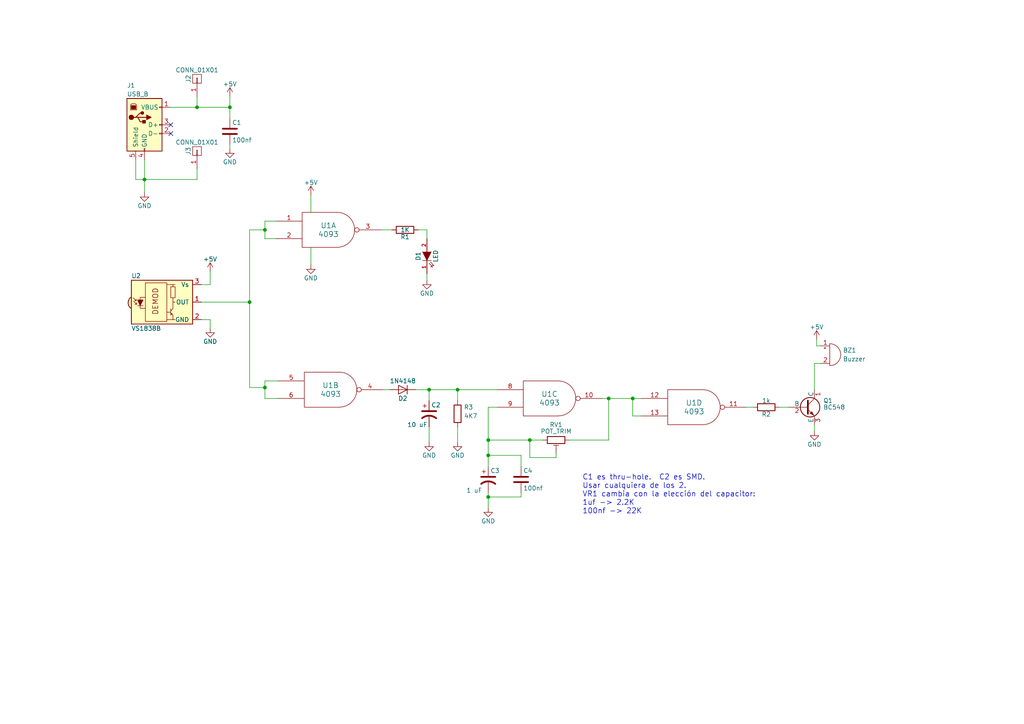
<source format=kicad_sch>
(kicad_sch (version 20230121) (generator eeschema)
  (paper "A4")
  (title_block (title "Probador para control remoto") (date "2016-07-13") (rev "0.1") (company "Diego J. Brengi (UNLaM)") (comment 1 "Taller de Electrónica 2016"))
  (lib_symbols
    (symbol "power:+5V" (power) (pin_names (offset 0))
      (property "Value" "+5V" (at 0 3.556 0))
      (symbol "+5V_0_1"
        (polyline (pts (xy -0.762 1.27) (xy 0 2.54)))
        (polyline (pts (xy 0 0) (xy 0 2.54)))
        (polyline (pts (xy 0 2.54) (xy 0.762 1.27)))
      )
      (symbol "+5V_1_1"
        (pin power_in line (at 0 0 90) (length 0) hide (name "+5V") (number "1"))
      )
    )
    (symbol "power:GND" (power) (pin_names (offset 0))
      (property "Value" "GND" (at 0 -3.81 0))
      (symbol "GND_0_1"
        (polyline (pts (xy 0 0) (xy 0 -1.27) (xy 1.27 -1.27) (xy 0 -2.54) (xy -1.27 -1.27) (xy 0 -1.27)))
      )
      (symbol "GND_1_1"
        (pin power_in line (at 0 0 270) (length 0) hide (name "GND") (number "1"))
      )
    )
    (symbol "tester_remotos-rescue:4011" (pin_names (offset 0.762))
      (property "Reference" "U" (at 0 1.27 0))
      (property "Value" "4011" (at 0 -1.27 0))
      (symbol "4011_0_0"
        (pin power_in line (at -5.08 5.08 90) (length 0) hide (name "VDD") (number "14"))
        (pin power_in line (at -5.08 -5.08 90) (length 0) hide (name "VSS") (number "7"))
      )
      (symbol "4011_0_1"
        (polyline (pts (xy 2.54 5.08) (xy -7.62 5.08) (xy -7.62 -5.08) (xy 2.54 -5.08)))
        (arc (start 2.5654 -5.0546) (mid 7.5947 0.0001) (end 2.5654 5.08))
      )
      (symbol "4011_0_2"
        (arc (start -7.62 -5.0292) (mid -5.3094 0.0082) (end -7.62 5.0546))
        (arc (start 0 -5.0546) (mid 4.5632 -3.6449) (end 7.5946 0.0508))
        (polyline (pts (xy -7.62 -5.08) (xy 0 -5.08)))
        (polyline (pts (xy -7.62 5.08) (xy 0 5.08)))
        (arc (start 7.62 0) (mid 4.6132 3.6946) (end 0.0508 5.08))
      )
      (symbol "4011_1_1"
        (pin input line (at -15.24 2.54 0) (length 7.62) (name "~") (number "1"))
        (pin input line (at -15.24 -2.54 0) (length 7.62) (name "~") (number "2"))
        (pin output inverted (at 15.24 0 180) (length 7.62) (name "~") (number "3"))
      )
      (symbol "4011_1_2"
        (pin input inverted (at -15.24 2.54 0) (length 9.398) (name "~") (number "1"))
        (pin input inverted (at -15.24 -2.54 0) (length 9.398) (name "~") (number "2"))
        (pin output line (at 15.24 0 180) (length 7.62) (name "~") (number "3"))
      )
      (symbol "4011_2_1"
        (pin output inverted (at 15.24 0 180) (length 7.62) (name "~") (number "4"))
        (pin input line (at -15.24 2.54 0) (length 7.62) (name "~") (number "5"))
        (pin input line (at -15.24 -2.54 0) (length 7.62) (name "~") (number "6"))
      )
      (symbol "4011_2_2"
        (pin output line (at 15.24 0 180) (length 7.62) (name "~") (number "4"))
        (pin input inverted (at -15.24 2.54 0) (length 9.398) (name "~") (number "5"))
        (pin input inverted (at -15.24 -2.54 0) (length 9.398) (name "~") (number "6"))
      )
      (symbol "4011_3_1"
        (pin output inverted (at 15.24 0 180) (length 7.62) (name "~") (number "10"))
        (pin input line (at -15.24 2.54 0) (length 7.62) (name "~") (number "8"))
        (pin input line (at -15.24 -2.54 0) (length 7.62) (name "~") (number "9"))
      )
      (symbol "4011_3_2"
        (pin output line (at 15.24 0 180) (length 7.62) (name "~") (number "10"))
        (pin input inverted (at -15.24 2.54 0) (length 9.398) (name "~") (number "8"))
        (pin input inverted (at -15.24 -2.54 0) (length 9.398) (name "~") (number "9"))
      )
      (symbol "4011_4_1"
        (pin output inverted (at 15.24 0 180) (length 7.62) (name "~") (number "11"))
        (pin input line (at -15.24 2.54 0) (length 7.62) (name "~") (number "12"))
        (pin input line (at -15.24 -2.54 0) (length 7.62) (name "~") (number "13"))
      )
      (symbol "4011_4_2"
        (pin output line (at 15.24 0 180) (length 7.62) (name "~") (number "11"))
        (pin input inverted (at -15.24 2.54 0) (length 9.398) (name "~") (number "12"))
        (pin input inverted (at -15.24 -2.54 0) (length 9.398) (name "~") (number "13"))
      )
    )
    (symbol "tester_remotos-rescue:BC548" (pin_names (offset 0))
      (property "Reference" "Q" (at 5.08 1.905 0))
      (property "Value" "BC548" (at 5.08 0 0))
      (symbol "BC548_0_1"
        (polyline (pts (xy 0 0) (xy 0.635 0)))
        (polyline (pts (xy 0.635 0.635) (xy 2.54 2.54)))
        (polyline (pts (xy 0.635 -0.635) (xy 2.54 -2.54) (xy 2.54 -2.54)))
        (polyline (pts (xy 0.635 1.905) (xy 0.635 -1.905) (xy 0.635 -1.905)) (stroke (width 0.508)))
        (polyline (pts (xy 1.27 -1.778) (xy 1.778 -1.27) (xy 2.286 -2.286) (xy 1.27 -1.778) (xy 1.27 -1.778)) (fill (type outline)))
        (circle (center 1.27 0) (radius 2.8194) (stroke (width 0.254)))
      )
      (symbol "BC548_1_1"
        (pin passive line (at 2.54 5.08 270) (length 2.54) (name "C") (number "1"))
        (pin input line (at -5.08 0 0) (length 5.08) (name "B") (number "2"))
        (pin passive line (at 2.54 -5.08 90) (length 2.54) (name "E") (number "3"))
      )
    )
    (symbol "tester_remotos-rescue:Buzzer" (pin_names (offset 0.0254) hide)
      (property "Reference" "BZ" (at 3.81 1.27 0))
      (property "Value" "Buzzer" (at 3.81 -1.27 0))
      (symbol "Buzzer_0_1"
        (arc (start 0 -3.175) (mid 3.1612 0) (end 0 3.175))
        (polyline (pts (xy -1.651 1.905) (xy -1.143 1.905)))
        (polyline (pts (xy -1.397 2.159) (xy -1.397 1.651)))
        (polyline (pts (xy 0 3.175) (xy 0 -3.175)))
      )
      (symbol "Buzzer_1_1"
        (pin passive line (at -2.54 2.54 0) (length 2.54) (name "-") (number "1"))
        (pin passive line (at -2.54 -2.54 0) (length 2.54) (name "+") (number "2"))
      )
    )
    (symbol "tester_remotos-rescue:C" (pin_numbers hide) (pin_names (offset 0.254))
      (property "Reference" "C" (at 0.635 2.54 0))
      (property "Value" "C" (at 0.635 -2.54 0))
      (symbol "C_0_1"
        (polyline (pts (xy -2.032 -0.762) (xy 2.032 -0.762)) (stroke (width 0.508)))
        (polyline (pts (xy -2.032 0.762) (xy 2.032 0.762)) (stroke (width 0.508)))
      )
      (symbol "C_1_1"
        (pin passive line (at 0 3.81 270) (length 2.794) (name "~") (number "1"))
        (pin passive line (at 0 -3.81 90) (length 2.794) (name "~") (number "2"))
      )
    )
    (symbol "tester_remotos-rescue:CONN_01X01" (pin_names (offset 1.016) hide)
      (property "Reference" "J" (at 0 2.54 0))
      (property "Value" "CONN_01X01" (at 2.54 0 90))
      (symbol "CONN_01X01_0_1"
        (rectangle (start -1.27 0.127) (end 0.254 -0.127))
        (rectangle (start -1.27 1.27) (end 1.27 -1.27))
      )
      (symbol "CONN_01X01_1_1"
        (pin passive line (at -5.08 0 0) (length 3.81) (name "P1") (number "1"))
      )
    )
    (symbol "tester_remotos-rescue:CP1" (pin_numbers hide) (pin_names (offset 0.254) hide)
      (property "Reference" "C" (at 0.635 2.54 0))
      (property "Value" "CP1" (at 0.635 -2.54 0))
      (symbol "CP1_0_1"
        (polyline (pts (xy -2.032 0.762) (xy 2.032 0.762)) (stroke (width 0.508)))
        (polyline (pts (xy -1.778 2.286) (xy -0.762 2.286)))
        (polyline (pts (xy -1.27 1.778) (xy -1.27 2.794)))
        (arc (start 2.032 -1.27) (mid 0 -0.5572) (end -2.032 -1.27) (stroke (width 0.508)))
      )
      (symbol "CP1_1_1"
        (pin passive line (at 0 3.81 270) (length 2.794) (name "~") (number "1"))
        (pin passive line (at 0 -3.81 90) (length 3.302) (name "~") (number "2"))
      )
    )
    (symbol "tester_remotos-rescue:D" (pin_numbers hide) (pin_names (offset 1.016) hide)
      (property "Reference" "D" (at 0 2.54 0))
      (property "Value" "D" (at 0 -2.54 0))
      (symbol "D_0_1"
        (polyline (pts (xy -1.27 1.27) (xy -1.27 -1.27)) (stroke (width 0.2032)))
        (polyline (pts (xy 1.27 0) (xy -1.27 0)))
        (polyline (pts (xy 1.27 1.27) (xy 1.27 -1.27) (xy -1.27 0) (xy 1.27 1.27)) (stroke (width 0.2032)))
      )
      (symbol "D_1_1"
        (pin passive line (at -3.81 0 0) (length 2.54) (name "K") (number "1"))
        (pin passive line (at 3.81 0 180) (length 2.54) (name "A") (number "2"))
      )
    )
    (symbol "tester_remotos-rescue:LED-RESCUE-tester_remotos" (pin_names (offset 1.016) hide)
      (property "Reference" "D" (at 0 2.54 0))
      (property "Value" "LED-RESCUE-tester_remotos" (at 0 -2.54 0))
      (symbol "LED-RESCUE-tester_remotos_0_1"
        (polyline (pts (xy -1.27 1.27) (xy -1.27 -1.27)))
        (polyline (pts (xy -2.032 -0.635) (xy -3.175 -1.651) (xy -3.048 -1.016)))
        (polyline (pts (xy -1.651 -1.016) (xy -2.794 -2.032) (xy -2.667 -1.397)))
        (polyline (pts (xy 1.27 1.27) (xy -1.27 0) (xy 1.27 -1.27)) (fill (type outline)))
      )
      (symbol "LED-RESCUE-tester_remotos_1_1"
        (pin passive line (at -5.08 0 0) (length 3.81) (name "K") (number "1"))
        (pin passive line (at 5.08 0 180) (length 3.81) (name "A") (number "2"))
      )
    )
    (symbol "tester_remotos-rescue:POT_TRIM" (pin_numbers hide) (pin_names (offset 1.016) hide)
      (property "Reference" "RV" (at -4.445 0 90))
      (property "Value" "POT_TRIM" (at -2.54 0 90))
      (symbol "POT_TRIM_0_1"
        (polyline (pts (xy 1.524 0.762) (xy 1.524 -0.762)))
        (polyline (pts (xy 2.54 0) (xy 1.524 0)))
        (rectangle (start 1.016 2.54) (end -1.016 -2.54) (stroke (width 0.254)))
      )
      (symbol "POT_TRIM_1_1"
        (pin passive line (at 0 3.81 270) (length 1.27) (name "1") (number "1"))
        (pin passive line (at 3.81 0 180) (length 1.27) (name "2") (number "2"))
        (pin passive line (at 0 -3.81 90) (length 1.27) (name "3") (number "3"))
      )
    )
    (symbol "tester_remotos-rescue:R" (pin_numbers hide) (pin_names (offset 0))
      (property "Reference" "R" (at 2.032 0 90))
      (property "Value" "R" (at 0 0 90))
      (symbol "R_0_1"
        (rectangle (start -1.016 -2.54) (end 1.016 2.54) (stroke (width 0.254)))
      )
      (symbol "R_1_1"
        (pin passive line (at 0 3.81 270) (length 1.27) (name "~") (number "1"))
        (pin passive line (at 0 -3.81 90) (length 1.27) (name "~") (number "2"))
      )
    )
    (symbol "tester_remotos-rescue:USB_B" (pin_names (offset 1.016))
      (property "Reference" "J" (at -5.08 11.43 0))
      (property "Value" "USB_B" (at -5.08 8.89 0))
      (symbol "USB_B_0_1"
        (rectangle (start -5.08 -7.62) (end 5.08 7.62) (stroke (width 0.254)) (fill (type background)))
        (circle (center -3.81 2.159) (radius 0.635) (stroke (width 0.254)) (fill (type outline)))
        (rectangle (start -3.81 5.588) (end -2.54 4.572) (fill (type outline)))
        (circle (center -0.635 3.429) (radius 0.381) (stroke (width 0.254)) (fill (type outline)))
        (rectangle (start -0.127 -7.62) (end 0.127 -6.858))
        (polyline (pts (xy -1.905 2.159) (xy 0.635 2.159)) (stroke (width 0.254)))
        (polyline (pts (xy -3.175 2.159) (xy -2.54 2.159) (xy -1.27 3.429) (xy -0.635 3.429)) (stroke (width 0.254)))
        (polyline (pts (xy -2.54 2.159) (xy -1.905 2.159) (xy -1.27 0.889) (xy 0 0.889)) (stroke (width 0.254)))
        (polyline (pts (xy 0.635 2.794) (xy 0.635 1.524) (xy 1.905 2.159) (xy 0.635 2.794)) (stroke (width 0.254)) (fill (type outline)))
        (polyline (pts (xy -4.064 4.318) (xy -2.286 4.318) (xy -2.286 5.715) (xy -2.667 6.096) (xy -3.683 6.096) (xy -4.064 5.715) (xy -4.064 4.318)))
        (rectangle (start 0.254 1.27) (end -0.508 0.508) (stroke (width 0.254)) (fill (type outline)))
        (rectangle (start 5.08 -2.667) (end 4.318 -2.413))
        (rectangle (start 5.08 -0.127) (end 4.318 0.127))
        (rectangle (start 5.08 4.953) (end 4.318 5.207))
      )
      (symbol "USB_B_1_1"
        (pin power_out line (at 7.62 5.08 180) (length 2.54) (name "VBUS") (number "1"))
        (pin passive line (at 7.62 -2.54 180) (length 2.54) (name "D-") (number "2"))
        (pin passive line (at 7.62 0 180) (length 2.54) (name "D+") (number "3"))
        (pin power_out line (at 0 -10.16 90) (length 2.54) (name "GND") (number "4"))
        (pin passive line (at -2.54 -10.16 90) (length 2.54) (name "Shield") (number "5"))
      )
    )
    (symbol "tester_remotos-rescue:VS1838B" (pin_names (offset 1.016))
      (property "Reference" "U" (at -10.16 7.62 0))
      (property "Value" "VS1838B" (at -10.16 -7.62 0))
      (symbol "VS1838B_0_0"
        (arc (start -10.287 1.397) (mid -11.0899 -0.1852) (end -10.287 -1.778) (stroke (width 0.254)) (fill (type background)))
        (polyline (pts (xy 1.905 -5.08) (xy 0.127 -5.08)))
        (polyline (pts (xy 1.905 5.08) (xy 0.127 5.08)))
        (text "DEMOD" (at -3.175 0.254 900) (effects (font (size 1.524 1.524))))
      )
      (symbol "VS1838B_0_1"
        (rectangle (start -6.096 5.588) (end 0.127 -5.588))
        (polyline (pts (xy -8.763 0.381) (xy -9.652 1.27)))
        (polyline (pts (xy -8.763 0.381) (xy -9.271 0.381)))
        (polyline (pts (xy -8.763 0.381) (xy -8.763 0.889)))
        (polyline (pts (xy -8.636 -0.635) (xy -9.525 0.254)))
        (polyline (pts (xy -8.636 -0.635) (xy -9.144 -0.635)))
        (polyline (pts (xy -8.636 -0.635) (xy -8.636 -0.127)))
        (polyline (pts (xy -8.382 -1.016) (xy -6.731 -1.016)))
        (polyline (pts (xy 1.27 -2.921) (xy 0.127 -2.921)))
        (polyline (pts (xy 1.27 -1.905) (xy 1.27 -3.81)))
        (polyline (pts (xy 1.397 -3.556) (xy 1.524 -3.556)))
        (polyline (pts (xy 1.651 -3.556) (xy 1.524 -3.556)))
        (polyline (pts (xy 1.651 -3.556) (xy 1.651 -3.302)))
        (polyline (pts (xy 1.905 0) (xy 1.905 1.27)))
        (polyline (pts (xy 1.905 4.445) (xy 1.905 5.08) (xy 2.54 5.08)))
        (polyline (pts (xy -8.382 0.635) (xy -6.731 0.635) (xy -7.62 -1.016) (xy -8.382 0.635)) (fill (type outline)))
        (polyline (pts (xy -6.096 1.397) (xy -7.62 1.397) (xy -7.62 -1.778) (xy -6.096 -1.778)))
        (polyline (pts (xy 1.27 -3.175) (xy 1.905 -3.81) (xy 1.905 -5.08) (xy 2.54 -5.08)))
        (polyline (pts (xy 1.27 -2.54) (xy 1.905 -1.905) (xy 1.905 0) (xy 2.54 0)))
        (rectangle (start 2.54 1.27) (end 1.27 4.445))
        (rectangle (start 7.62 6.35) (end -10.16 -6.35) (stroke (width 0.254)) (fill (type background)))
      )
      (symbol "VS1838B_1_1"
        (pin output line (at 10.16 0 180) (length 2.54) (name "OUT") (number "1"))
        (pin power_in line (at 10.16 -5.08 180) (length 2.54) (name "GND") (number "2"))
        (pin power_in line (at 10.16 5.08 180) (length 2.54) (name "Vs") (number "3"))
      )
    )
  )
  (junction (at 132.715 113.03))
  (junction (at 72.39 87.63))
  (junction (at 66.675 31.115))
  (junction (at 141.605 132.08))
  (junction (at 41.91 52.07))
  (junction (at 57.15 31.115))
  (junction (at 141.605 127.635))
  (junction (at 76.835 66.675))
  (junction (at 183.515 115.57))
  (junction (at 141.605 144.145))
  (junction (at 176.53 115.57))
  (junction (at 76.835 112.395))
  (junction (at 124.46 113.03))
  (junction (at 153.67 127.635))
  (no_connect (at 49.53 38.735))
  (no_connect (at 49.53 36.195))
  (wire (pts (xy 236.855 100.33) (xy 238.125 100.33)))
  (wire (pts (xy 174.625 115.57) (xy 176.53 115.57)))
  (wire (pts (xy 76.835 110.49) (xy 76.835 112.395)))
  (wire (pts (xy 176.53 115.57) (xy 183.515 115.57)))
  (wire (pts (xy 72.39 87.63) (xy 58.42 87.63)))
  (wire (pts (xy 90.17 71.755) (xy 90.17 76.835)))
  (wire (pts (xy 58.42 82.55) (xy 60.96 82.55)))
  (wire (pts (xy 236.22 105.41) (xy 236.22 113.03)))
  (wire (pts (xy 144.145 118.11) (xy 141.605 118.11)))
  (wire (pts (xy 236.22 125.095) (xy 236.22 123.19)))
  (wire (pts (xy 76.835 66.675) (xy 72.39 66.675)))
  (wire (pts (xy 141.605 127.635) (xy 141.605 132.08)))
  (wire (pts (xy 41.91 52.07) (xy 41.91 55.88)))
  (wire (pts (xy 66.675 31.115) (xy 66.675 34.29)))
  (wire (pts (xy 226.06 118.11) (xy 228.6 118.11)))
  (wire (pts (xy 151.13 144.145) (xy 141.605 144.145)))
  (wire (pts (xy 76.835 64.135) (xy 76.835 66.675)))
  (wire (pts (xy 57.15 52.07) (xy 57.15 48.895)))
  (wire (pts (xy 141.605 142.875) (xy 141.605 144.145)))
  (wire (pts (xy 49.53 31.115) (xy 57.15 31.115)))
  (wire (pts (xy 41.91 46.355) (xy 41.91 52.07)))
  (wire (pts (xy 66.675 27.94) (xy 66.675 31.115)))
  (wire (pts (xy 183.515 115.57) (xy 183.515 120.65)))
  (wire (pts (xy 153.67 127.635) (xy 157.48 127.635)))
  (wire (pts (xy 113.03 113.03) (xy 111.125 113.03)))
  (wire (pts (xy 57.15 31.115) (xy 66.675 31.115)))
  (wire (pts (xy 132.715 128.27) (xy 132.715 123.825)))
  (wire (pts (xy 39.37 46.355) (xy 39.37 52.07)))
  (wire (pts (xy 57.15 27.94) (xy 57.15 31.115)))
  (wire (pts (xy 161.29 132.715) (xy 161.29 131.445)))
  (wire (pts (xy 176.53 115.57) (xy 176.53 127.635)))
  (wire (pts (xy 151.13 135.255) (xy 151.13 132.08)))
  (wire (pts (xy 176.53 127.635) (xy 165.1 127.635)))
  (wire (pts (xy 110.49 66.675) (xy 113.665 66.675)))
  (wire (pts (xy 120.65 113.03) (xy 124.46 113.03)))
  (wire (pts (xy 90.17 61.595) (xy 90.17 56.515)))
  (wire (pts (xy 124.46 128.27) (xy 124.46 123.825)))
  (wire (pts (xy 124.46 116.205) (xy 124.46 113.03)))
  (wire (pts (xy 141.605 144.145) (xy 141.605 147.32)))
  (wire (pts (xy 141.605 132.08) (xy 141.605 135.255)))
  (wire (pts (xy 80.645 110.49) (xy 76.835 110.49)))
  (wire (pts (xy 66.675 41.91) (xy 66.675 43.18)))
  (wire (pts (xy 124.46 113.03) (xy 132.715 113.03)))
  (wire (pts (xy 76.835 64.135) (xy 80.01 64.135)))
  (wire (pts (xy 141.605 118.11) (xy 141.605 127.635)))
  (wire (pts (xy 183.515 120.65) (xy 186.055 120.65)))
  (wire (pts (xy 123.825 79.375) (xy 123.825 81.28)))
  (wire (pts (xy 72.39 112.395) (xy 76.835 112.395)))
  (wire (pts (xy 132.715 113.03) (xy 132.715 116.205)))
  (wire (pts (xy 76.835 112.395) (xy 76.835 115.57)))
  (wire (pts (xy 76.835 66.675) (xy 76.835 69.215)))
  (wire (pts (xy 153.67 127.635) (xy 153.67 132.715)))
  (wire (pts (xy 216.535 118.11) (xy 218.44 118.11)))
  (wire (pts (xy 236.855 98.425) (xy 236.855 100.33)))
  (wire (pts (xy 123.825 66.675) (xy 123.825 69.215)))
  (wire (pts (xy 121.285 66.675) (xy 123.825 66.675)))
  (wire (pts (xy 76.835 69.215) (xy 80.01 69.215)))
  (wire (pts (xy 183.515 115.57) (xy 186.055 115.57)))
  (wire (pts (xy 141.605 127.635) (xy 153.67 127.635)))
  (wire (pts (xy 39.37 52.07) (xy 41.91 52.07)))
  (wire (pts (xy 151.13 142.875) (xy 151.13 144.145)))
  (wire (pts (xy 238.125 105.41) (xy 236.22 105.41)))
  (wire (pts (xy 76.835 115.57) (xy 80.645 115.57)))
  (wire (pts (xy 153.67 132.715) (xy 161.29 132.715)))
  (wire (pts (xy 72.39 87.63) (xy 72.39 112.395)))
  (wire (pts (xy 151.13 132.08) (xy 141.605 132.08)))
  (wire (pts (xy 132.715 113.03) (xy 144.145 113.03)))
  (wire (pts (xy 72.39 66.675) (xy 72.39 87.63)))
  (wire (pts (xy 60.96 92.71) (xy 60.96 95.25)))
  (wire (pts (xy 58.42 92.71) (xy 60.96 92.71)))
  (wire (pts (xy 41.91 52.07) (xy 57.15 52.07)))
  (wire (pts (xy 60.96 82.55) (xy 60.96 78.74)))
  (text "C1 es thru-hole.  C2 es SMD.\nUsar cualquiera de los 2.\nVR1 cambia con la elección del capacitor:\n1uf -> 2.2K\n100nf -> 22K" (at 168.91 149.225 0) (effects (font (size 1.524 1.524)) (justify left bottom)))
  (symbol (lib_id "tester_remotos-rescue:4011") (at 95.25 66.675 0) (unit 1)
    (property "Reference" "U1" (at 95.25 65.405 0) (effects (font (size 1.524 1.524))))
    (property "Value" "4093" (at 95.25 67.945 0) (effects (font (size 1.524 1.524))))
    (property "Footprint" "Housings_DIP:DIP-14_W7.62mm_LongPads" (effects hide))
  )
  (symbol (lib_id "tester_remotos-rescue:4011") (at 95.885 113.03 0) (unit 2)
    (property "Reference" "U1" (at 95.885 111.76 0) (effects (font (size 1.524 1.524))))
    (property "Value" "4093" (at 95.885 114.3 0) (effects (font (size 1.524 1.524))))
    (property "Footprint" "Housings_DIP:DIP-14_W7.62mm_LongPads" (effects hide))
  )
  (symbol (lib_id "tester_remotos-rescue:4011") (at 159.385 115.57 0) (unit 3)
    (property "Reference" "U1" (at 159.385 114.3 0) (effects (font (size 1.524 1.524))))
    (property "Value" "4093" (at 159.385 116.84 0) (effects (font (size 1.524 1.524))))
    (property "Footprint" "Housings_DIP:DIP-14_W7.62mm_LongPads" (effects hide))
  )
  (symbol (lib_id "tester_remotos-rescue:4011") (at 201.295 118.11 0) (unit 4)
    (property "Reference" "U1" (at 201.295 116.84 0) (effects (font (size 1.524 1.524))))
    (property "Value" "4093" (at 201.295 119.38 0) (effects (font (size 1.524 1.524))))
    (property "Footprint" "Housings_DIP:DIP-14_W7.62mm_LongPads" (effects hide))
  )
  (symbol (lib_id "tester_remotos-rescue:R") (at 117.475 66.675 270) (unit 1)
    (property "Reference" "R1" (at 117.475 68.707 90))
    (property "Value" "1K" (at 117.475 66.675 90))
    (property "Footprint" "Resistors_ThroughHole:Resistor_Horizontal_RM10mm" (effects hide))
  )
  (symbol (lib_id "tester_remotos-rescue:LED-RESCUE-tester_remotos") (at 123.825 74.295 90) (unit 1)
    (property "Reference" "D1" (at 121.285 74.295 0))
    (property "Value" "LED" (at 126.365 74.295 0))
    (property "Footprint" "LEDs:LED-5MM" (effects hide))
  )
  (symbol (lib_id "tester_remotos-rescue:D") (at 116.84 113.03 180) (unit 1)
    (property "Reference" "D2" (at 116.84 115.57 0))
    (property "Value" "1N4148" (at 116.84 110.49 0))
    (property "Footprint" "Diodes_ThroughHole:Diode_DO-35_SOD27_Horizontal_RM10" (effects hide))
  )
  (symbol (lib_id "tester_remotos-rescue:CP1") (at 124.46 120.015 0) (unit 1)
    (property "Reference" "C2" (at 125.095 117.475 0) (effects (justify left)))
    (property "Value" "10 uF" (at 118.11 123.19 0) (effects (justify left)))
    (property "Footprint" "Capacitors_ThroughHole:C_Radial_D6.3_L11.2_P2.5" (effects hide))
  )
  (symbol (lib_id "tester_remotos-rescue:R") (at 132.715 120.015 0) (unit 1)
    (property "Reference" "R3" (at 135.89 118.11 0))
    (property "Value" "4K7" (at 136.525 120.65 0))
    (property "Footprint" "Resistors_ThroughHole:Resistor_Horizontal_RM10mm" (effects hide))
  )
  (symbol (lib_id "power:GND") (at 60.96 95.25 0) (unit 1)
    (property "Reference" "#PWR01" (effects hide))
    (property "Value" "GND" (at 60.96 99.06 0))
  )
  (symbol (lib_id "power:GND") (at 123.825 81.28 0) (unit 1)
    (property "Reference" "#PWR02" (effects hide))
    (property "Value" "GND" (at 123.825 85.09 0))
  )
  (symbol (lib_id "power:GND") (at 124.46 128.27 0) (unit 1)
    (property "Reference" "#PWR03" (effects hide))
    (property "Value" "GND" (at 124.46 132.08 0))
  )
  (symbol (lib_id "power:GND") (at 132.715 128.27 0) (unit 1)
    (property "Reference" "#PWR04" (effects hide))
    (property "Value" "GND" (at 132.715 132.08 0))
  )
  (symbol (lib_id "power:GND") (at 141.605 147.32 0) (unit 1)
    (property "Reference" "#PWR05" (effects hide))
    (property "Value" "GND" (at 141.605 151.13 0))
  )
  (symbol (lib_id "power:+5V") (at 60.96 78.74 0) (unit 1)
    (property "Reference" "#PWR06" (effects hide))
    (property "Value" "+5V" (at 60.96 75.184 0))
  )
  (symbol (lib_id "power:+5V") (at 90.17 56.515 0) (unit 1)
    (property "Reference" "#PWR07" (effects hide))
    (property "Value" "+5V" (at 90.17 52.959 0))
  )
  (symbol (lib_id "power:GND") (at 90.17 76.835 0) (unit 1)
    (property "Reference" "#PWR08" (effects hide))
    (property "Value" "GND" (at 90.17 80.645 0))
  )
  (symbol (lib_id "tester_remotos-rescue:BC548") (at 233.68 118.11 0) (unit 1)
    (property "Reference" "Q1" (at 238.76 116.205 0) (effects (justify left)))
    (property "Value" "BC548" (at 238.76 118.11 0) (effects (justify left)))
    (property "Footprint" "TO_SOT_Packages_THT:TO-92_Molded_Narrow" (effects hide))
  )
  (symbol (lib_id "power:+5V") (at 236.855 98.425 0) (unit 1)
    (property "Reference" "#PWR09" (effects hide))
    (property "Value" "+5V" (at 236.855 94.869 0))
  )
  (symbol (lib_id "tester_remotos-rescue:R") (at 222.25 118.11 270) (unit 1)
    (property "Reference" "R2" (at 222.25 120.142 90))
    (property "Value" "1k" (at 222.25 116.205 90))
    (property "Footprint" "Resistors_ThroughHole:Resistor_Horizontal_RM10mm" (effects hide))
  )
  (symbol (lib_id "power:GND") (at 236.22 125.095 0) (unit 1)
    (property "Reference" "#PWR010" (effects hide))
    (property "Value" "GND" (at 236.22 128.905 0))
  )
  (symbol (lib_id "tester_remotos-rescue:CP1") (at 141.605 139.065 0) (unit 1)
    (property "Reference" "C3" (at 142.24 136.525 0) (effects (justify left)))
    (property "Value" "1 uF" (at 135.255 142.24 0) (effects (justify left)))
    (property "Footprint" "Capacitors_ThroughHole:C_Radial_D6.3_L11.2_P2.5" (effects hide))
  )
  (symbol (lib_id "tester_remotos-rescue:C") (at 151.13 139.065 0) (unit 1)
    (property "Reference" "C4" (at 151.765 136.525 0) (effects (justify left)))
    (property "Value" "100nf" (at 151.765 141.605 0) (effects (justify left)))
    (property "Footprint" "Capacitors_SMD:C_0805_HandSoldering" (effects hide))
  )
  (symbol (lib_id "power:+5V") (at 66.675 27.94 0) (unit 1)
    (property "Reference" "#PWR011" (effects hide))
    (property "Value" "+5V" (at 66.675 24.384 0))
  )
  (symbol (lib_id "power:GND") (at 41.91 55.88 0) (unit 1)
    (property "Reference" "#PWR012" (effects hide))
    (property "Value" "GND" (at 41.91 59.69 0))
  )
  (symbol (lib_id "tester_remotos-rescue:C") (at 66.675 38.1 0) (unit 1)
    (property "Reference" "C1" (at 67.31 35.56 0) (effects (justify left)))
    (property "Value" "100nf" (at 67.31 40.64 0) (effects (justify left)))
    (property "Footprint" "Capacitors_ThroughHole:C_Disc_D6_P5" (effects hide))
  )
  (symbol (lib_id "power:GND") (at 66.675 43.18 0) (unit 1)
    (property "Reference" "#PWR013" (effects hide))
    (property "Value" "GND" (at 66.675 46.99 0))
  )
  (symbol (lib_id "tester_remotos-rescue:USB_B") (at 41.91 36.195 0) (unit 1)
    (property "Reference" "J1" (at 36.83 24.765 0) (effects (justify left)))
    (property "Value" "USB_B" (at 36.83 27.305 0) (effects (justify left)))
    (property "Footprint" "Connect:USB_B" (effects hide))
  )
  (symbol (lib_id "tester_remotos-rescue:VS1838B") (at 48.26 87.63 0) (unit 1)
    (property "Reference" "U2" (at 38.1 80.01 0) (effects (justify left)))
    (property "Value" "VS1838B" (at 38.1 95.25 0) (effects (justify left)))
    (property "Footprint" "opto:VS1838B" (effects hide))
  )
  (symbol (lib_id "tester_remotos-rescue:POT_TRIM") (at 161.29 127.635 270) (unit 1)
    (property "Reference" "RV1" (at 161.29 123.19 90))
    (property "Value" "POT_TRIM" (at 161.29 125.095 90))
    (property "Footprint" "smisioto_w_pth_resistors:trimmer_piher_pt10xv10" (effects hide))
  )
  (symbol (lib_id "tester_remotos-rescue:Buzzer") (at 240.665 102.87 0) (unit 1)
    (property "Reference" "BZ1" (at 244.475 101.6 0) (effects (justify left)))
    (property "Value" "Buzzer" (at 244.475 104.14 0) (effects (justify left)))
    (property "Footprint" "Buzzers_Beepers:Buzzer_12x9.5RM7.6" (effects hide))
  )
  (symbol (lib_id "tester_remotos-rescue:CONN_01X01") (at 57.15 22.86 90) (unit 1)
    (property "Reference" "J2" (at 54.61 22.86 0))
    (property "Value" "CONN_01X01" (at 57.15 20.32 90))
    (property "Footprint" "Wire_Pads:SolderWirePad_single_1mmDrill" (effects hide))
  )
  (symbol (lib_id "tester_remotos-rescue:CONN_01X01") (at 57.15 43.815 90) (unit 1)
    (property "Reference" "J3" (at 54.61 43.815 0))
    (property "Value" "CONN_01X01" (at 57.15 41.275 90))
    (property "Footprint" "Wire_Pads:SolderWirePad_single_1mmDrill" (effects hide))
  )
)
</source>
